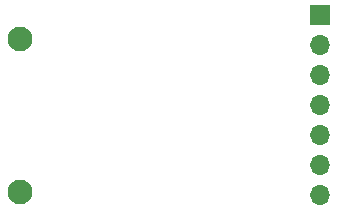
<source format=gbs>
%TF.GenerationSoftware,KiCad,Pcbnew,(6.0.0-0)*%
%TF.CreationDate,2022-11-25T09:40:40+01:00*%
%TF.ProjectId,pcm5102a_codec_breakout,70636d35-3130-4326-915f-636f6465635f,rev?*%
%TF.SameCoordinates,Original*%
%TF.FileFunction,Soldermask,Bot*%
%TF.FilePolarity,Negative*%
%FSLAX46Y46*%
G04 Gerber Fmt 4.6, Leading zero omitted, Abs format (unit mm)*
G04 Created by KiCad (PCBNEW (6.0.0-0)) date 2022-11-25 09:40:40*
%MOMM*%
%LPD*%
G01*
G04 APERTURE LIST*
%ADD10C,2.100000*%
%ADD11R,1.700000X1.700000*%
%ADD12O,1.700000X1.700000*%
G04 APERTURE END LIST*
D10*
X132100000Y-84400000D03*
X132100000Y-97400000D03*
D11*
X157500000Y-82375000D03*
D12*
X157500000Y-84915000D03*
X157500000Y-87455000D03*
X157500000Y-89995000D03*
X157500000Y-92535000D03*
X157500000Y-95075000D03*
X157500000Y-97615000D03*
M02*

</source>
